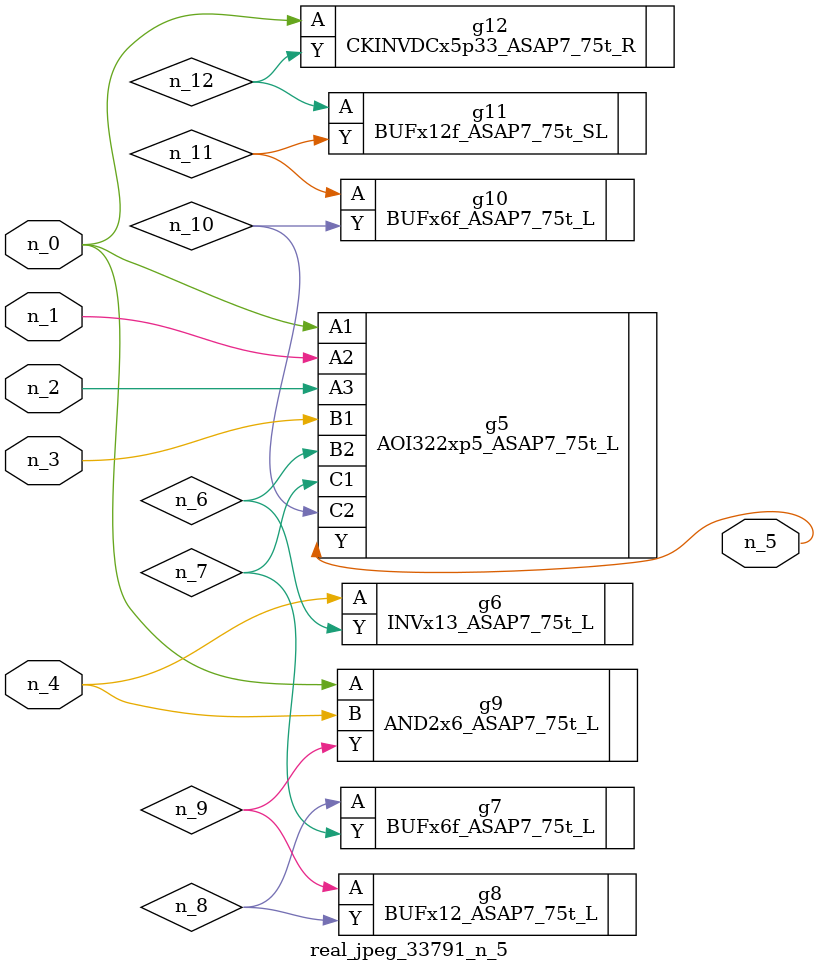
<source format=v>
module real_jpeg_33791_n_5 (n_4, n_0, n_1, n_2, n_3, n_5);

input n_4;
input n_0;
input n_1;
input n_2;
input n_3;

output n_5;

wire n_12;
wire n_8;
wire n_11;
wire n_6;
wire n_7;
wire n_10;
wire n_9;

AOI322xp5_ASAP7_75t_L g5 ( 
.A1(n_0),
.A2(n_1),
.A3(n_2),
.B1(n_3),
.B2(n_6),
.C1(n_7),
.C2(n_10),
.Y(n_5)
);

AND2x6_ASAP7_75t_L g9 ( 
.A(n_0),
.B(n_4),
.Y(n_9)
);

CKINVDCx5p33_ASAP7_75t_R g12 ( 
.A(n_0),
.Y(n_12)
);

INVx13_ASAP7_75t_L g6 ( 
.A(n_4),
.Y(n_6)
);

BUFx6f_ASAP7_75t_L g7 ( 
.A(n_8),
.Y(n_7)
);

BUFx12_ASAP7_75t_L g8 ( 
.A(n_9),
.Y(n_8)
);

BUFx6f_ASAP7_75t_L g10 ( 
.A(n_11),
.Y(n_10)
);

BUFx12f_ASAP7_75t_SL g11 ( 
.A(n_12),
.Y(n_11)
);


endmodule
</source>
